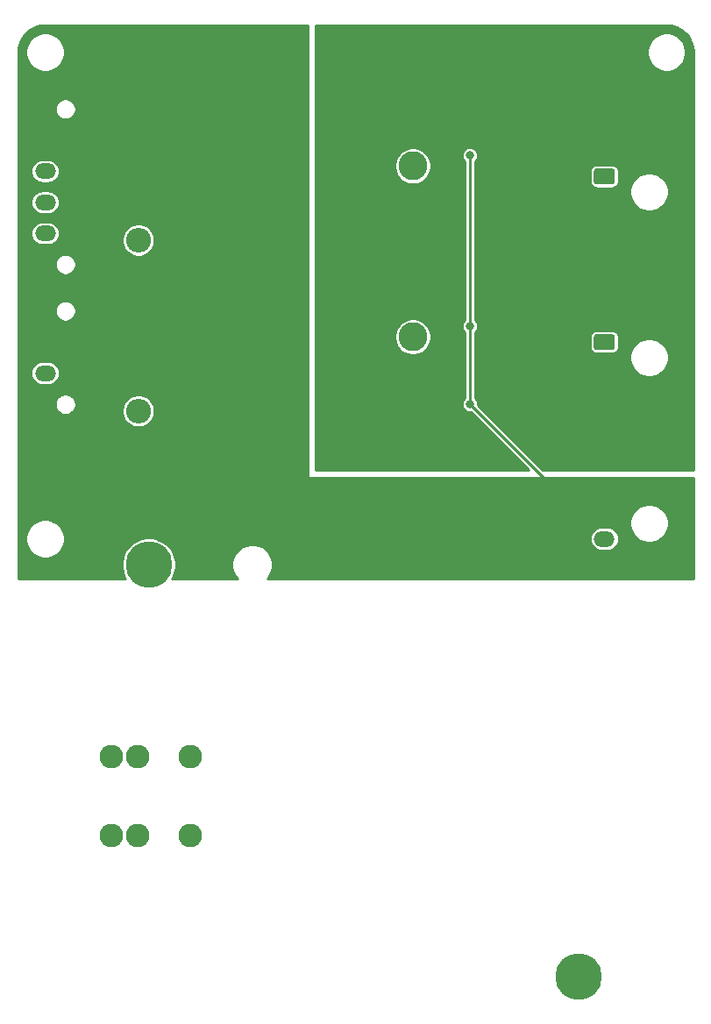
<source format=gbr>
G04 #@! TF.GenerationSoftware,KiCad,Pcbnew,5.1.5-52549c5~84~ubuntu18.04.1*
G04 #@! TF.CreationDate,2020-01-31T16:34:12-06:00*
G04 #@! TF.ProjectId,ContactorDriver,436f6e74-6163-4746-9f72-447269766572,rev?*
G04 #@! TF.SameCoordinates,Original*
G04 #@! TF.FileFunction,Copper,L2,Bot*
G04 #@! TF.FilePolarity,Positive*
%FSLAX46Y46*%
G04 Gerber Fmt 4.6, Leading zero omitted, Abs format (unit mm)*
G04 Created by KiCad (PCBNEW 5.1.5-52549c5~84~ubuntu18.04.1) date 2020-01-31 16:34:12*
%MOMM*%
%LPD*%
G04 APERTURE LIST*
%ADD10O,2.400000X2.400000*%
%ADD11R,2.400000X2.400000*%
%ADD12C,0.100000*%
%ADD13O,2.020000X1.500000*%
%ADD14C,2.800000*%
%ADD15C,2.286000*%
%ADD16C,4.500880*%
%ADD17C,0.800000*%
%ADD18C,0.250000*%
%ADD19C,0.254000*%
G04 APERTURE END LIST*
D10*
X176000000Y-89160000D03*
D11*
X176000000Y-79000000D03*
X176000000Y-95500000D03*
D10*
X176000000Y-105660000D03*
G04 #@! TA.AperFunction,ComponentPad*
D12*
G36*
X221784504Y-114251204D02*
G01*
X221808773Y-114254804D01*
X221832571Y-114260765D01*
X221855671Y-114269030D01*
X221877849Y-114279520D01*
X221898893Y-114292133D01*
X221918598Y-114306747D01*
X221936777Y-114323223D01*
X221953253Y-114341402D01*
X221967867Y-114361107D01*
X221980480Y-114382151D01*
X221990970Y-114404329D01*
X221999235Y-114427429D01*
X222005196Y-114451227D01*
X222008796Y-114475496D01*
X222010000Y-114500000D01*
X222010000Y-115500000D01*
X222008796Y-115524504D01*
X222005196Y-115548773D01*
X221999235Y-115572571D01*
X221990970Y-115595671D01*
X221980480Y-115617849D01*
X221967867Y-115638893D01*
X221953253Y-115658598D01*
X221936777Y-115676777D01*
X221918598Y-115693253D01*
X221898893Y-115707867D01*
X221877849Y-115720480D01*
X221855671Y-115730970D01*
X221832571Y-115739235D01*
X221808773Y-115745196D01*
X221784504Y-115748796D01*
X221760000Y-115750000D01*
X220240000Y-115750000D01*
X220215496Y-115748796D01*
X220191227Y-115745196D01*
X220167429Y-115739235D01*
X220144329Y-115730970D01*
X220122151Y-115720480D01*
X220101107Y-115707867D01*
X220081402Y-115693253D01*
X220063223Y-115676777D01*
X220046747Y-115658598D01*
X220032133Y-115638893D01*
X220019520Y-115617849D01*
X220009030Y-115595671D01*
X220000765Y-115572571D01*
X219994804Y-115548773D01*
X219991204Y-115524504D01*
X219990000Y-115500000D01*
X219990000Y-114500000D01*
X219991204Y-114475496D01*
X219994804Y-114451227D01*
X220000765Y-114427429D01*
X220009030Y-114404329D01*
X220019520Y-114382151D01*
X220032133Y-114361107D01*
X220046747Y-114341402D01*
X220063223Y-114323223D01*
X220081402Y-114306747D01*
X220101107Y-114292133D01*
X220122151Y-114279520D01*
X220144329Y-114269030D01*
X220167429Y-114260765D01*
X220191227Y-114254804D01*
X220215496Y-114251204D01*
X220240000Y-114250000D01*
X221760000Y-114250000D01*
X221784504Y-114251204D01*
G37*
G04 #@! TD.AperFunction*
D13*
X221000000Y-118000000D03*
X221000000Y-86000000D03*
G04 #@! TA.AperFunction,ComponentPad*
D12*
G36*
X221784504Y-82251204D02*
G01*
X221808773Y-82254804D01*
X221832571Y-82260765D01*
X221855671Y-82269030D01*
X221877849Y-82279520D01*
X221898893Y-82292133D01*
X221918598Y-82306747D01*
X221936777Y-82323223D01*
X221953253Y-82341402D01*
X221967867Y-82361107D01*
X221980480Y-82382151D01*
X221990970Y-82404329D01*
X221999235Y-82427429D01*
X222005196Y-82451227D01*
X222008796Y-82475496D01*
X222010000Y-82500000D01*
X222010000Y-83500000D01*
X222008796Y-83524504D01*
X222005196Y-83548773D01*
X221999235Y-83572571D01*
X221990970Y-83595671D01*
X221980480Y-83617849D01*
X221967867Y-83638893D01*
X221953253Y-83658598D01*
X221936777Y-83676777D01*
X221918598Y-83693253D01*
X221898893Y-83707867D01*
X221877849Y-83720480D01*
X221855671Y-83730970D01*
X221832571Y-83739235D01*
X221808773Y-83745196D01*
X221784504Y-83748796D01*
X221760000Y-83750000D01*
X220240000Y-83750000D01*
X220215496Y-83748796D01*
X220191227Y-83745196D01*
X220167429Y-83739235D01*
X220144329Y-83730970D01*
X220122151Y-83720480D01*
X220101107Y-83707867D01*
X220081402Y-83693253D01*
X220063223Y-83676777D01*
X220046747Y-83658598D01*
X220032133Y-83638893D01*
X220019520Y-83617849D01*
X220009030Y-83595671D01*
X220000765Y-83572571D01*
X219994804Y-83548773D01*
X219991204Y-83524504D01*
X219990000Y-83500000D01*
X219990000Y-82500000D01*
X219991204Y-82475496D01*
X219994804Y-82451227D01*
X220000765Y-82427429D01*
X220009030Y-82404329D01*
X220019520Y-82382151D01*
X220032133Y-82361107D01*
X220046747Y-82341402D01*
X220063223Y-82323223D01*
X220081402Y-82306747D01*
X220101107Y-82292133D01*
X220122151Y-82279520D01*
X220144329Y-82269030D01*
X220167429Y-82260765D01*
X220191227Y-82254804D01*
X220215496Y-82251204D01*
X220240000Y-82250000D01*
X221760000Y-82250000D01*
X221784504Y-82251204D01*
G37*
G04 #@! TD.AperFunction*
G04 #@! TA.AperFunction,ComponentPad*
G36*
X167784504Y-78751204D02*
G01*
X167808773Y-78754804D01*
X167832571Y-78760765D01*
X167855671Y-78769030D01*
X167877849Y-78779520D01*
X167898893Y-78792133D01*
X167918598Y-78806747D01*
X167936777Y-78823223D01*
X167953253Y-78841402D01*
X167967867Y-78861107D01*
X167980480Y-78882151D01*
X167990970Y-78904329D01*
X167999235Y-78927429D01*
X168005196Y-78951227D01*
X168008796Y-78975496D01*
X168010000Y-79000000D01*
X168010000Y-80000000D01*
X168008796Y-80024504D01*
X168005196Y-80048773D01*
X167999235Y-80072571D01*
X167990970Y-80095671D01*
X167980480Y-80117849D01*
X167967867Y-80138893D01*
X167953253Y-80158598D01*
X167936777Y-80176777D01*
X167918598Y-80193253D01*
X167898893Y-80207867D01*
X167877849Y-80220480D01*
X167855671Y-80230970D01*
X167832571Y-80239235D01*
X167808773Y-80245196D01*
X167784504Y-80248796D01*
X167760000Y-80250000D01*
X166240000Y-80250000D01*
X166215496Y-80248796D01*
X166191227Y-80245196D01*
X166167429Y-80239235D01*
X166144329Y-80230970D01*
X166122151Y-80220480D01*
X166101107Y-80207867D01*
X166081402Y-80193253D01*
X166063223Y-80176777D01*
X166046747Y-80158598D01*
X166032133Y-80138893D01*
X166019520Y-80117849D01*
X166009030Y-80095671D01*
X166000765Y-80072571D01*
X165994804Y-80048773D01*
X165991204Y-80024504D01*
X165990000Y-80000000D01*
X165990000Y-79000000D01*
X165991204Y-78975496D01*
X165994804Y-78951227D01*
X166000765Y-78927429D01*
X166009030Y-78904329D01*
X166019520Y-78882151D01*
X166032133Y-78861107D01*
X166046747Y-78841402D01*
X166063223Y-78823223D01*
X166081402Y-78806747D01*
X166101107Y-78792133D01*
X166122151Y-78779520D01*
X166144329Y-78769030D01*
X166167429Y-78760765D01*
X166191227Y-78754804D01*
X166215496Y-78751204D01*
X166240000Y-78750000D01*
X167760000Y-78750000D01*
X167784504Y-78751204D01*
G37*
G04 #@! TD.AperFunction*
D13*
X167000000Y-82500000D03*
X167000000Y-85500000D03*
X167000000Y-88500000D03*
G04 #@! TA.AperFunction,ComponentPad*
D12*
G36*
X221784504Y-98251204D02*
G01*
X221808773Y-98254804D01*
X221832571Y-98260765D01*
X221855671Y-98269030D01*
X221877849Y-98279520D01*
X221898893Y-98292133D01*
X221918598Y-98306747D01*
X221936777Y-98323223D01*
X221953253Y-98341402D01*
X221967867Y-98361107D01*
X221980480Y-98382151D01*
X221990970Y-98404329D01*
X221999235Y-98427429D01*
X222005196Y-98451227D01*
X222008796Y-98475496D01*
X222010000Y-98500000D01*
X222010000Y-99500000D01*
X222008796Y-99524504D01*
X222005196Y-99548773D01*
X221999235Y-99572571D01*
X221990970Y-99595671D01*
X221980480Y-99617849D01*
X221967867Y-99638893D01*
X221953253Y-99658598D01*
X221936777Y-99676777D01*
X221918598Y-99693253D01*
X221898893Y-99707867D01*
X221877849Y-99720480D01*
X221855671Y-99730970D01*
X221832571Y-99739235D01*
X221808773Y-99745196D01*
X221784504Y-99748796D01*
X221760000Y-99750000D01*
X220240000Y-99750000D01*
X220215496Y-99748796D01*
X220191227Y-99745196D01*
X220167429Y-99739235D01*
X220144329Y-99730970D01*
X220122151Y-99720480D01*
X220101107Y-99707867D01*
X220081402Y-99693253D01*
X220063223Y-99676777D01*
X220046747Y-99658598D01*
X220032133Y-99638893D01*
X220019520Y-99617849D01*
X220009030Y-99595671D01*
X220000765Y-99572571D01*
X219994804Y-99548773D01*
X219991204Y-99524504D01*
X219990000Y-99500000D01*
X219990000Y-98500000D01*
X219991204Y-98475496D01*
X219994804Y-98451227D01*
X220000765Y-98427429D01*
X220009030Y-98404329D01*
X220019520Y-98382151D01*
X220032133Y-98361107D01*
X220046747Y-98341402D01*
X220063223Y-98323223D01*
X220081402Y-98306747D01*
X220101107Y-98292133D01*
X220122151Y-98279520D01*
X220144329Y-98269030D01*
X220167429Y-98260765D01*
X220191227Y-98254804D01*
X220215496Y-98251204D01*
X220240000Y-98250000D01*
X221760000Y-98250000D01*
X221784504Y-98251204D01*
G37*
G04 #@! TD.AperFunction*
D13*
X221000000Y-102000000D03*
G04 #@! TA.AperFunction,ComponentPad*
D12*
G36*
X167784504Y-98251204D02*
G01*
X167808773Y-98254804D01*
X167832571Y-98260765D01*
X167855671Y-98269030D01*
X167877849Y-98279520D01*
X167898893Y-98292133D01*
X167918598Y-98306747D01*
X167936777Y-98323223D01*
X167953253Y-98341402D01*
X167967867Y-98361107D01*
X167980480Y-98382151D01*
X167990970Y-98404329D01*
X167999235Y-98427429D01*
X168005196Y-98451227D01*
X168008796Y-98475496D01*
X168010000Y-98500000D01*
X168010000Y-99500000D01*
X168008796Y-99524504D01*
X168005196Y-99548773D01*
X167999235Y-99572571D01*
X167990970Y-99595671D01*
X167980480Y-99617849D01*
X167967867Y-99638893D01*
X167953253Y-99658598D01*
X167936777Y-99676777D01*
X167918598Y-99693253D01*
X167898893Y-99707867D01*
X167877849Y-99720480D01*
X167855671Y-99730970D01*
X167832571Y-99739235D01*
X167808773Y-99745196D01*
X167784504Y-99748796D01*
X167760000Y-99750000D01*
X166240000Y-99750000D01*
X166215496Y-99748796D01*
X166191227Y-99745196D01*
X166167429Y-99739235D01*
X166144329Y-99730970D01*
X166122151Y-99720480D01*
X166101107Y-99707867D01*
X166081402Y-99693253D01*
X166063223Y-99676777D01*
X166046747Y-99658598D01*
X166032133Y-99638893D01*
X166019520Y-99617849D01*
X166009030Y-99595671D01*
X166000765Y-99572571D01*
X165994804Y-99548773D01*
X165991204Y-99524504D01*
X165990000Y-99500000D01*
X165990000Y-98500000D01*
X165991204Y-98475496D01*
X165994804Y-98451227D01*
X166000765Y-98427429D01*
X166009030Y-98404329D01*
X166019520Y-98382151D01*
X166032133Y-98361107D01*
X166046747Y-98341402D01*
X166063223Y-98323223D01*
X166081402Y-98306747D01*
X166101107Y-98292133D01*
X166122151Y-98279520D01*
X166144329Y-98269030D01*
X166167429Y-98260765D01*
X166191227Y-98254804D01*
X166215496Y-98251204D01*
X166240000Y-98250000D01*
X167760000Y-98250000D01*
X167784504Y-98251204D01*
G37*
G04 #@! TD.AperFunction*
D13*
X167000000Y-102000000D03*
D14*
X202500000Y-82000000D03*
X183000000Y-72000000D03*
X203000000Y-72000000D03*
X202500000Y-98500000D03*
D15*
X181000000Y-139000000D03*
X181000000Y-146620000D03*
X175920000Y-139000000D03*
X173380000Y-139000000D03*
X175920000Y-146620000D03*
X173380000Y-146620000D03*
D16*
X177000000Y-120500000D03*
X218500000Y-160250000D03*
D17*
X208000000Y-105000000D03*
X208000000Y-97475000D03*
X208000000Y-80975000D03*
D18*
X208000000Y-105000000D02*
X208000000Y-97475000D01*
X208000000Y-97475000D02*
X208000000Y-80975000D01*
X218000000Y-115000000D02*
X208000000Y-105000000D01*
X221000000Y-115000000D02*
X218000000Y-115000000D01*
D19*
G36*
X227504242Y-68453369D02*
G01*
X227989286Y-68599812D01*
X228436642Y-68837674D01*
X228829282Y-69157904D01*
X229152241Y-69548294D01*
X229393222Y-69993980D01*
X229543048Y-70477987D01*
X229598000Y-71000820D01*
X229598001Y-71001114D01*
X229598001Y-111373000D01*
X215082935Y-111373000D01*
X208777000Y-105067066D01*
X208777000Y-104923472D01*
X208747141Y-104773357D01*
X208688569Y-104631952D01*
X208603536Y-104504691D01*
X208502000Y-104403155D01*
X208502000Y-100315132D01*
X223443000Y-100315132D01*
X223443000Y-100684868D01*
X223515132Y-101047501D01*
X223656624Y-101389093D01*
X223862039Y-101696518D01*
X224123482Y-101957961D01*
X224430907Y-102163376D01*
X224772499Y-102304868D01*
X225135132Y-102377000D01*
X225504868Y-102377000D01*
X225867501Y-102304868D01*
X226209093Y-102163376D01*
X226516518Y-101957961D01*
X226777961Y-101696518D01*
X226983376Y-101389093D01*
X227124868Y-101047501D01*
X227197000Y-100684868D01*
X227197000Y-100315132D01*
X227124868Y-99952499D01*
X226983376Y-99610907D01*
X226777961Y-99303482D01*
X226516518Y-99042039D01*
X226209093Y-98836624D01*
X225867501Y-98695132D01*
X225504868Y-98623000D01*
X225135132Y-98623000D01*
X224772499Y-98695132D01*
X224430907Y-98836624D01*
X224123482Y-99042039D01*
X223862039Y-99303482D01*
X223656624Y-99610907D01*
X223515132Y-99952499D01*
X223443000Y-100315132D01*
X208502000Y-100315132D01*
X208502000Y-98500000D01*
X219611176Y-98500000D01*
X219611176Y-99500000D01*
X219623259Y-99622677D01*
X219659042Y-99740641D01*
X219717152Y-99849356D01*
X219795354Y-99944646D01*
X219890644Y-100022848D01*
X219999359Y-100080958D01*
X220117323Y-100116741D01*
X220240000Y-100128824D01*
X221760000Y-100128824D01*
X221882677Y-100116741D01*
X222000641Y-100080958D01*
X222109356Y-100022848D01*
X222204646Y-99944646D01*
X222282848Y-99849356D01*
X222340958Y-99740641D01*
X222376741Y-99622677D01*
X222388824Y-99500000D01*
X222388824Y-98500000D01*
X222376741Y-98377323D01*
X222340958Y-98259359D01*
X222282848Y-98150644D01*
X222204646Y-98055354D01*
X222109356Y-97977152D01*
X222000641Y-97919042D01*
X221882677Y-97883259D01*
X221760000Y-97871176D01*
X220240000Y-97871176D01*
X220117323Y-97883259D01*
X219999359Y-97919042D01*
X219890644Y-97977152D01*
X219795354Y-98055354D01*
X219717152Y-98150644D01*
X219659042Y-98259359D01*
X219623259Y-98377323D01*
X219611176Y-98500000D01*
X208502000Y-98500000D01*
X208502000Y-98071845D01*
X208603536Y-97970309D01*
X208688569Y-97843048D01*
X208747141Y-97701643D01*
X208777000Y-97551528D01*
X208777000Y-97398472D01*
X208747141Y-97248357D01*
X208688569Y-97106952D01*
X208603536Y-96979691D01*
X208502000Y-96878155D01*
X208502000Y-84315132D01*
X223443000Y-84315132D01*
X223443000Y-84684868D01*
X223515132Y-85047501D01*
X223656624Y-85389093D01*
X223862039Y-85696518D01*
X224123482Y-85957961D01*
X224430907Y-86163376D01*
X224772499Y-86304868D01*
X225135132Y-86377000D01*
X225504868Y-86377000D01*
X225867501Y-86304868D01*
X226209093Y-86163376D01*
X226516518Y-85957961D01*
X226777961Y-85696518D01*
X226983376Y-85389093D01*
X227124868Y-85047501D01*
X227197000Y-84684868D01*
X227197000Y-84315132D01*
X227124868Y-83952499D01*
X226983376Y-83610907D01*
X226777961Y-83303482D01*
X226516518Y-83042039D01*
X226209093Y-82836624D01*
X225867501Y-82695132D01*
X225504868Y-82623000D01*
X225135132Y-82623000D01*
X224772499Y-82695132D01*
X224430907Y-82836624D01*
X224123482Y-83042039D01*
X223862039Y-83303482D01*
X223656624Y-83610907D01*
X223515132Y-83952499D01*
X223443000Y-84315132D01*
X208502000Y-84315132D01*
X208502000Y-82500000D01*
X219611176Y-82500000D01*
X219611176Y-83500000D01*
X219623259Y-83622677D01*
X219659042Y-83740641D01*
X219717152Y-83849356D01*
X219795354Y-83944646D01*
X219890644Y-84022848D01*
X219999359Y-84080958D01*
X220117323Y-84116741D01*
X220240000Y-84128824D01*
X221760000Y-84128824D01*
X221882677Y-84116741D01*
X222000641Y-84080958D01*
X222109356Y-84022848D01*
X222204646Y-83944646D01*
X222282848Y-83849356D01*
X222340958Y-83740641D01*
X222376741Y-83622677D01*
X222388824Y-83500000D01*
X222388824Y-82500000D01*
X222376741Y-82377323D01*
X222340958Y-82259359D01*
X222282848Y-82150644D01*
X222204646Y-82055354D01*
X222109356Y-81977152D01*
X222000641Y-81919042D01*
X221882677Y-81883259D01*
X221760000Y-81871176D01*
X220240000Y-81871176D01*
X220117323Y-81883259D01*
X219999359Y-81919042D01*
X219890644Y-81977152D01*
X219795354Y-82055354D01*
X219717152Y-82150644D01*
X219659042Y-82259359D01*
X219623259Y-82377323D01*
X219611176Y-82500000D01*
X208502000Y-82500000D01*
X208502000Y-81571845D01*
X208603536Y-81470309D01*
X208688569Y-81343048D01*
X208747141Y-81201643D01*
X208777000Y-81051528D01*
X208777000Y-80898472D01*
X208747141Y-80748357D01*
X208688569Y-80606952D01*
X208603536Y-80479691D01*
X208495309Y-80371464D01*
X208368048Y-80286431D01*
X208226643Y-80227859D01*
X208076528Y-80198000D01*
X207923472Y-80198000D01*
X207773357Y-80227859D01*
X207631952Y-80286431D01*
X207504691Y-80371464D01*
X207396464Y-80479691D01*
X207311431Y-80606952D01*
X207252859Y-80748357D01*
X207223000Y-80898472D01*
X207223000Y-81051528D01*
X207252859Y-81201643D01*
X207311431Y-81343048D01*
X207396464Y-81470309D01*
X207498001Y-81571846D01*
X207498000Y-96878155D01*
X207396464Y-96979691D01*
X207311431Y-97106952D01*
X207252859Y-97248357D01*
X207223000Y-97398472D01*
X207223000Y-97551528D01*
X207252859Y-97701643D01*
X207311431Y-97843048D01*
X207396464Y-97970309D01*
X207498001Y-98071846D01*
X207498000Y-104403155D01*
X207396464Y-104504691D01*
X207311431Y-104631952D01*
X207252859Y-104773357D01*
X207223000Y-104923472D01*
X207223000Y-105076528D01*
X207252859Y-105226643D01*
X207311431Y-105368048D01*
X207396464Y-105495309D01*
X207504691Y-105603536D01*
X207631952Y-105688569D01*
X207773357Y-105747141D01*
X207923472Y-105777000D01*
X208067066Y-105777000D01*
X213663065Y-111373000D01*
X193127000Y-111373000D01*
X193127000Y-98324981D01*
X200723000Y-98324981D01*
X200723000Y-98675019D01*
X200791289Y-99018332D01*
X200925243Y-99341725D01*
X201119714Y-99632771D01*
X201367229Y-99880286D01*
X201658275Y-100074757D01*
X201981668Y-100208711D01*
X202324981Y-100277000D01*
X202675019Y-100277000D01*
X203018332Y-100208711D01*
X203341725Y-100074757D01*
X203632771Y-99880286D01*
X203880286Y-99632771D01*
X204074757Y-99341725D01*
X204208711Y-99018332D01*
X204277000Y-98675019D01*
X204277000Y-98324981D01*
X204208711Y-97981668D01*
X204074757Y-97658275D01*
X203880286Y-97367229D01*
X203632771Y-97119714D01*
X203341725Y-96925243D01*
X203018332Y-96791289D01*
X202675019Y-96723000D01*
X202324981Y-96723000D01*
X201981668Y-96791289D01*
X201658275Y-96925243D01*
X201367229Y-97119714D01*
X201119714Y-97367229D01*
X200925243Y-97658275D01*
X200791289Y-97981668D01*
X200723000Y-98324981D01*
X193127000Y-98324981D01*
X193127000Y-81824981D01*
X200723000Y-81824981D01*
X200723000Y-82175019D01*
X200791289Y-82518332D01*
X200925243Y-82841725D01*
X201119714Y-83132771D01*
X201367229Y-83380286D01*
X201658275Y-83574757D01*
X201981668Y-83708711D01*
X202324981Y-83777000D01*
X202675019Y-83777000D01*
X203018332Y-83708711D01*
X203341725Y-83574757D01*
X203632771Y-83380286D01*
X203880286Y-83132771D01*
X204074757Y-82841725D01*
X204208711Y-82518332D01*
X204277000Y-82175019D01*
X204277000Y-81824981D01*
X204208711Y-81481668D01*
X204074757Y-81158275D01*
X203880286Y-80867229D01*
X203632771Y-80619714D01*
X203341725Y-80425243D01*
X203018332Y-80291289D01*
X202675019Y-80223000D01*
X202324981Y-80223000D01*
X201981668Y-80291289D01*
X201658275Y-80425243D01*
X201367229Y-80619714D01*
X201119714Y-80867229D01*
X200925243Y-81158275D01*
X200791289Y-81481668D01*
X200723000Y-81824981D01*
X193127000Y-81824981D01*
X193127000Y-70815132D01*
X225123000Y-70815132D01*
X225123000Y-71184868D01*
X225195132Y-71547501D01*
X225336624Y-71889093D01*
X225542039Y-72196518D01*
X225803482Y-72457961D01*
X226110907Y-72663376D01*
X226452499Y-72804868D01*
X226815132Y-72877000D01*
X227184868Y-72877000D01*
X227547501Y-72804868D01*
X227889093Y-72663376D01*
X228196518Y-72457961D01*
X228457961Y-72196518D01*
X228663376Y-71889093D01*
X228804868Y-71547501D01*
X228877000Y-71184868D01*
X228877000Y-70815132D01*
X228804868Y-70452499D01*
X228663376Y-70110907D01*
X228457961Y-69803482D01*
X228196518Y-69542039D01*
X227889093Y-69336624D01*
X227547501Y-69195132D01*
X227184868Y-69123000D01*
X226815132Y-69123000D01*
X226452499Y-69195132D01*
X226110907Y-69336624D01*
X225803482Y-69542039D01*
X225542039Y-69803482D01*
X225336624Y-70110907D01*
X225195132Y-70452499D01*
X225123000Y-70815132D01*
X193127000Y-70815132D01*
X193127000Y-68402000D01*
X226980342Y-68402000D01*
X227504242Y-68453369D01*
G37*
X227504242Y-68453369D02*
X227989286Y-68599812D01*
X228436642Y-68837674D01*
X228829282Y-69157904D01*
X229152241Y-69548294D01*
X229393222Y-69993980D01*
X229543048Y-70477987D01*
X229598000Y-71000820D01*
X229598001Y-71001114D01*
X229598001Y-111373000D01*
X215082935Y-111373000D01*
X208777000Y-105067066D01*
X208777000Y-104923472D01*
X208747141Y-104773357D01*
X208688569Y-104631952D01*
X208603536Y-104504691D01*
X208502000Y-104403155D01*
X208502000Y-100315132D01*
X223443000Y-100315132D01*
X223443000Y-100684868D01*
X223515132Y-101047501D01*
X223656624Y-101389093D01*
X223862039Y-101696518D01*
X224123482Y-101957961D01*
X224430907Y-102163376D01*
X224772499Y-102304868D01*
X225135132Y-102377000D01*
X225504868Y-102377000D01*
X225867501Y-102304868D01*
X226209093Y-102163376D01*
X226516518Y-101957961D01*
X226777961Y-101696518D01*
X226983376Y-101389093D01*
X227124868Y-101047501D01*
X227197000Y-100684868D01*
X227197000Y-100315132D01*
X227124868Y-99952499D01*
X226983376Y-99610907D01*
X226777961Y-99303482D01*
X226516518Y-99042039D01*
X226209093Y-98836624D01*
X225867501Y-98695132D01*
X225504868Y-98623000D01*
X225135132Y-98623000D01*
X224772499Y-98695132D01*
X224430907Y-98836624D01*
X224123482Y-99042039D01*
X223862039Y-99303482D01*
X223656624Y-99610907D01*
X223515132Y-99952499D01*
X223443000Y-100315132D01*
X208502000Y-100315132D01*
X208502000Y-98500000D01*
X219611176Y-98500000D01*
X219611176Y-99500000D01*
X219623259Y-99622677D01*
X219659042Y-99740641D01*
X219717152Y-99849356D01*
X219795354Y-99944646D01*
X219890644Y-100022848D01*
X219999359Y-100080958D01*
X220117323Y-100116741D01*
X220240000Y-100128824D01*
X221760000Y-100128824D01*
X221882677Y-100116741D01*
X222000641Y-100080958D01*
X222109356Y-100022848D01*
X222204646Y-99944646D01*
X222282848Y-99849356D01*
X222340958Y-99740641D01*
X222376741Y-99622677D01*
X222388824Y-99500000D01*
X222388824Y-98500000D01*
X222376741Y-98377323D01*
X222340958Y-98259359D01*
X222282848Y-98150644D01*
X222204646Y-98055354D01*
X222109356Y-97977152D01*
X222000641Y-97919042D01*
X221882677Y-97883259D01*
X221760000Y-97871176D01*
X220240000Y-97871176D01*
X220117323Y-97883259D01*
X219999359Y-97919042D01*
X219890644Y-97977152D01*
X219795354Y-98055354D01*
X219717152Y-98150644D01*
X219659042Y-98259359D01*
X219623259Y-98377323D01*
X219611176Y-98500000D01*
X208502000Y-98500000D01*
X208502000Y-98071845D01*
X208603536Y-97970309D01*
X208688569Y-97843048D01*
X208747141Y-97701643D01*
X208777000Y-97551528D01*
X208777000Y-97398472D01*
X208747141Y-97248357D01*
X208688569Y-97106952D01*
X208603536Y-96979691D01*
X208502000Y-96878155D01*
X208502000Y-84315132D01*
X223443000Y-84315132D01*
X223443000Y-84684868D01*
X223515132Y-85047501D01*
X223656624Y-85389093D01*
X223862039Y-85696518D01*
X224123482Y-85957961D01*
X224430907Y-86163376D01*
X224772499Y-86304868D01*
X225135132Y-86377000D01*
X225504868Y-86377000D01*
X225867501Y-86304868D01*
X226209093Y-86163376D01*
X226516518Y-85957961D01*
X226777961Y-85696518D01*
X226983376Y-85389093D01*
X227124868Y-85047501D01*
X227197000Y-84684868D01*
X227197000Y-84315132D01*
X227124868Y-83952499D01*
X226983376Y-83610907D01*
X226777961Y-83303482D01*
X226516518Y-83042039D01*
X226209093Y-82836624D01*
X225867501Y-82695132D01*
X225504868Y-82623000D01*
X225135132Y-82623000D01*
X224772499Y-82695132D01*
X224430907Y-82836624D01*
X224123482Y-83042039D01*
X223862039Y-83303482D01*
X223656624Y-83610907D01*
X223515132Y-83952499D01*
X223443000Y-84315132D01*
X208502000Y-84315132D01*
X208502000Y-82500000D01*
X219611176Y-82500000D01*
X219611176Y-83500000D01*
X219623259Y-83622677D01*
X219659042Y-83740641D01*
X219717152Y-83849356D01*
X219795354Y-83944646D01*
X219890644Y-84022848D01*
X219999359Y-84080958D01*
X220117323Y-84116741D01*
X220240000Y-84128824D01*
X221760000Y-84128824D01*
X221882677Y-84116741D01*
X222000641Y-84080958D01*
X222109356Y-84022848D01*
X222204646Y-83944646D01*
X222282848Y-83849356D01*
X222340958Y-83740641D01*
X222376741Y-83622677D01*
X222388824Y-83500000D01*
X222388824Y-82500000D01*
X222376741Y-82377323D01*
X222340958Y-82259359D01*
X222282848Y-82150644D01*
X222204646Y-82055354D01*
X222109356Y-81977152D01*
X222000641Y-81919042D01*
X221882677Y-81883259D01*
X221760000Y-81871176D01*
X220240000Y-81871176D01*
X220117323Y-81883259D01*
X219999359Y-81919042D01*
X219890644Y-81977152D01*
X219795354Y-82055354D01*
X219717152Y-82150644D01*
X219659042Y-82259359D01*
X219623259Y-82377323D01*
X219611176Y-82500000D01*
X208502000Y-82500000D01*
X208502000Y-81571845D01*
X208603536Y-81470309D01*
X208688569Y-81343048D01*
X208747141Y-81201643D01*
X208777000Y-81051528D01*
X208777000Y-80898472D01*
X208747141Y-80748357D01*
X208688569Y-80606952D01*
X208603536Y-80479691D01*
X208495309Y-80371464D01*
X208368048Y-80286431D01*
X208226643Y-80227859D01*
X208076528Y-80198000D01*
X207923472Y-80198000D01*
X207773357Y-80227859D01*
X207631952Y-80286431D01*
X207504691Y-80371464D01*
X207396464Y-80479691D01*
X207311431Y-80606952D01*
X207252859Y-80748357D01*
X207223000Y-80898472D01*
X207223000Y-81051528D01*
X207252859Y-81201643D01*
X207311431Y-81343048D01*
X207396464Y-81470309D01*
X207498001Y-81571846D01*
X207498000Y-96878155D01*
X207396464Y-96979691D01*
X207311431Y-97106952D01*
X207252859Y-97248357D01*
X207223000Y-97398472D01*
X207223000Y-97551528D01*
X207252859Y-97701643D01*
X207311431Y-97843048D01*
X207396464Y-97970309D01*
X207498001Y-98071846D01*
X207498000Y-104403155D01*
X207396464Y-104504691D01*
X207311431Y-104631952D01*
X207252859Y-104773357D01*
X207223000Y-104923472D01*
X207223000Y-105076528D01*
X207252859Y-105226643D01*
X207311431Y-105368048D01*
X207396464Y-105495309D01*
X207504691Y-105603536D01*
X207631952Y-105688569D01*
X207773357Y-105747141D01*
X207923472Y-105777000D01*
X208067066Y-105777000D01*
X213663065Y-111373000D01*
X193127000Y-111373000D01*
X193127000Y-98324981D01*
X200723000Y-98324981D01*
X200723000Y-98675019D01*
X200791289Y-99018332D01*
X200925243Y-99341725D01*
X201119714Y-99632771D01*
X201367229Y-99880286D01*
X201658275Y-100074757D01*
X201981668Y-100208711D01*
X202324981Y-100277000D01*
X202675019Y-100277000D01*
X203018332Y-100208711D01*
X203341725Y-100074757D01*
X203632771Y-99880286D01*
X203880286Y-99632771D01*
X204074757Y-99341725D01*
X204208711Y-99018332D01*
X204277000Y-98675019D01*
X204277000Y-98324981D01*
X204208711Y-97981668D01*
X204074757Y-97658275D01*
X203880286Y-97367229D01*
X203632771Y-97119714D01*
X203341725Y-96925243D01*
X203018332Y-96791289D01*
X202675019Y-96723000D01*
X202324981Y-96723000D01*
X201981668Y-96791289D01*
X201658275Y-96925243D01*
X201367229Y-97119714D01*
X201119714Y-97367229D01*
X200925243Y-97658275D01*
X200791289Y-97981668D01*
X200723000Y-98324981D01*
X193127000Y-98324981D01*
X193127000Y-81824981D01*
X200723000Y-81824981D01*
X200723000Y-82175019D01*
X200791289Y-82518332D01*
X200925243Y-82841725D01*
X201119714Y-83132771D01*
X201367229Y-83380286D01*
X201658275Y-83574757D01*
X201981668Y-83708711D01*
X202324981Y-83777000D01*
X202675019Y-83777000D01*
X203018332Y-83708711D01*
X203341725Y-83574757D01*
X203632771Y-83380286D01*
X203880286Y-83132771D01*
X204074757Y-82841725D01*
X204208711Y-82518332D01*
X204277000Y-82175019D01*
X204277000Y-81824981D01*
X204208711Y-81481668D01*
X204074757Y-81158275D01*
X203880286Y-80867229D01*
X203632771Y-80619714D01*
X203341725Y-80425243D01*
X203018332Y-80291289D01*
X202675019Y-80223000D01*
X202324981Y-80223000D01*
X201981668Y-80291289D01*
X201658275Y-80425243D01*
X201367229Y-80619714D01*
X201119714Y-80867229D01*
X200925243Y-81158275D01*
X200791289Y-81481668D01*
X200723000Y-81824981D01*
X193127000Y-81824981D01*
X193127000Y-70815132D01*
X225123000Y-70815132D01*
X225123000Y-71184868D01*
X225195132Y-71547501D01*
X225336624Y-71889093D01*
X225542039Y-72196518D01*
X225803482Y-72457961D01*
X226110907Y-72663376D01*
X226452499Y-72804868D01*
X226815132Y-72877000D01*
X227184868Y-72877000D01*
X227547501Y-72804868D01*
X227889093Y-72663376D01*
X228196518Y-72457961D01*
X228457961Y-72196518D01*
X228663376Y-71889093D01*
X228804868Y-71547501D01*
X228877000Y-71184868D01*
X228877000Y-70815132D01*
X228804868Y-70452499D01*
X228663376Y-70110907D01*
X228457961Y-69803482D01*
X228196518Y-69542039D01*
X227889093Y-69336624D01*
X227547501Y-69195132D01*
X227184868Y-69123000D01*
X226815132Y-69123000D01*
X226452499Y-69195132D01*
X226110907Y-69336624D01*
X225803482Y-69542039D01*
X225542039Y-69803482D01*
X225336624Y-70110907D01*
X225195132Y-70452499D01*
X225123000Y-70815132D01*
X193127000Y-70815132D01*
X193127000Y-68402000D01*
X226980342Y-68402000D01*
X227504242Y-68453369D01*
G36*
X192373000Y-112000000D02*
G01*
X192375440Y-112024776D01*
X192382667Y-112048601D01*
X192394403Y-112070557D01*
X192410197Y-112089803D01*
X192429443Y-112105597D01*
X192451399Y-112117333D01*
X192475224Y-112124560D01*
X192500000Y-112127000D01*
X229598001Y-112127000D01*
X229598000Y-121873000D01*
X188422900Y-121873000D01*
X188535636Y-121760264D01*
X188751995Y-121436461D01*
X188901025Y-121076670D01*
X188977000Y-120694718D01*
X188977000Y-120305282D01*
X188901025Y-119923330D01*
X188751995Y-119563539D01*
X188535636Y-119239736D01*
X188260264Y-118964364D01*
X187936461Y-118748005D01*
X187576670Y-118598975D01*
X187194718Y-118523000D01*
X186805282Y-118523000D01*
X186423330Y-118598975D01*
X186063539Y-118748005D01*
X185739736Y-118964364D01*
X185464364Y-119239736D01*
X185248005Y-119563539D01*
X185098975Y-119923330D01*
X185023000Y-120305282D01*
X185023000Y-120694718D01*
X185098975Y-121076670D01*
X185248005Y-121436461D01*
X185464364Y-121760264D01*
X185577100Y-121873000D01*
X179242586Y-121873000D01*
X179328407Y-121744560D01*
X179526469Y-121266396D01*
X179627440Y-120758780D01*
X179627440Y-120241220D01*
X179526469Y-119733604D01*
X179328407Y-119255440D01*
X179040866Y-118825105D01*
X178674895Y-118459134D01*
X178244560Y-118171593D01*
X177830298Y-118000000D01*
X219607547Y-118000000D01*
X219629307Y-118220931D01*
X219693750Y-118433371D01*
X219798400Y-118629157D01*
X219939235Y-118800765D01*
X220110843Y-118941600D01*
X220306629Y-119046250D01*
X220519069Y-119110693D01*
X220684635Y-119127000D01*
X221315365Y-119127000D01*
X221480931Y-119110693D01*
X221693371Y-119046250D01*
X221889157Y-118941600D01*
X222060765Y-118800765D01*
X222201600Y-118629157D01*
X222306250Y-118433371D01*
X222370693Y-118220931D01*
X222392453Y-118000000D01*
X222370693Y-117779069D01*
X222306250Y-117566629D01*
X222201600Y-117370843D01*
X222060765Y-117199235D01*
X221889157Y-117058400D01*
X221693371Y-116953750D01*
X221480931Y-116889307D01*
X221315365Y-116873000D01*
X220684635Y-116873000D01*
X220519069Y-116889307D01*
X220306629Y-116953750D01*
X220110843Y-117058400D01*
X219939235Y-117199235D01*
X219798400Y-117370843D01*
X219693750Y-117566629D01*
X219629307Y-117779069D01*
X219607547Y-118000000D01*
X177830298Y-118000000D01*
X177766396Y-117973531D01*
X177258780Y-117872560D01*
X176741220Y-117872560D01*
X176233604Y-117973531D01*
X175755440Y-118171593D01*
X175325105Y-118459134D01*
X174959134Y-118825105D01*
X174671593Y-119255440D01*
X174473531Y-119733604D01*
X174372560Y-120241220D01*
X174372560Y-120758780D01*
X174473531Y-121266396D01*
X174671593Y-121744560D01*
X174757414Y-121873000D01*
X164402000Y-121873000D01*
X164402000Y-117815132D01*
X165123000Y-117815132D01*
X165123000Y-118184868D01*
X165195132Y-118547501D01*
X165336624Y-118889093D01*
X165542039Y-119196518D01*
X165803482Y-119457961D01*
X166110907Y-119663376D01*
X166452499Y-119804868D01*
X166815132Y-119877000D01*
X167184868Y-119877000D01*
X167547501Y-119804868D01*
X167889093Y-119663376D01*
X168196518Y-119457961D01*
X168457961Y-119196518D01*
X168663376Y-118889093D01*
X168804868Y-118547501D01*
X168877000Y-118184868D01*
X168877000Y-117815132D01*
X168804868Y-117452499D01*
X168663376Y-117110907D01*
X168457961Y-116803482D01*
X168196518Y-116542039D01*
X167889093Y-116336624D01*
X167837207Y-116315132D01*
X223443000Y-116315132D01*
X223443000Y-116684868D01*
X223515132Y-117047501D01*
X223656624Y-117389093D01*
X223862039Y-117696518D01*
X224123482Y-117957961D01*
X224430907Y-118163376D01*
X224772499Y-118304868D01*
X225135132Y-118377000D01*
X225504868Y-118377000D01*
X225867501Y-118304868D01*
X226209093Y-118163376D01*
X226516518Y-117957961D01*
X226777961Y-117696518D01*
X226983376Y-117389093D01*
X227124868Y-117047501D01*
X227197000Y-116684868D01*
X227197000Y-116315132D01*
X227124868Y-115952499D01*
X226983376Y-115610907D01*
X226777961Y-115303482D01*
X226516518Y-115042039D01*
X226209093Y-114836624D01*
X225867501Y-114695132D01*
X225504868Y-114623000D01*
X225135132Y-114623000D01*
X224772499Y-114695132D01*
X224430907Y-114836624D01*
X224123482Y-115042039D01*
X223862039Y-115303482D01*
X223656624Y-115610907D01*
X223515132Y-115952499D01*
X223443000Y-116315132D01*
X167837207Y-116315132D01*
X167547501Y-116195132D01*
X167184868Y-116123000D01*
X166815132Y-116123000D01*
X166452499Y-116195132D01*
X166110907Y-116336624D01*
X165803482Y-116542039D01*
X165542039Y-116803482D01*
X165336624Y-117110907D01*
X165195132Y-117452499D01*
X165123000Y-117815132D01*
X164402000Y-117815132D01*
X164402000Y-104900327D01*
X167948000Y-104900327D01*
X167948000Y-105099673D01*
X167986890Y-105295190D01*
X168063177Y-105479362D01*
X168173928Y-105645113D01*
X168314887Y-105786072D01*
X168480638Y-105896823D01*
X168664810Y-105973110D01*
X168860327Y-106012000D01*
X169059673Y-106012000D01*
X169255190Y-105973110D01*
X169439362Y-105896823D01*
X169605113Y-105786072D01*
X169746072Y-105645113D01*
X169839906Y-105504679D01*
X174423000Y-105504679D01*
X174423000Y-105815321D01*
X174483604Y-106119994D01*
X174602481Y-106406989D01*
X174775064Y-106665279D01*
X174994721Y-106884936D01*
X175253011Y-107057519D01*
X175540006Y-107176396D01*
X175844679Y-107237000D01*
X176155321Y-107237000D01*
X176459994Y-107176396D01*
X176746989Y-107057519D01*
X177005279Y-106884936D01*
X177224936Y-106665279D01*
X177397519Y-106406989D01*
X177516396Y-106119994D01*
X177577000Y-105815321D01*
X177577000Y-105504679D01*
X177516396Y-105200006D01*
X177397519Y-104913011D01*
X177224936Y-104654721D01*
X177005279Y-104435064D01*
X176746989Y-104262481D01*
X176459994Y-104143604D01*
X176155321Y-104083000D01*
X175844679Y-104083000D01*
X175540006Y-104143604D01*
X175253011Y-104262481D01*
X174994721Y-104435064D01*
X174775064Y-104654721D01*
X174602481Y-104913011D01*
X174483604Y-105200006D01*
X174423000Y-105504679D01*
X169839906Y-105504679D01*
X169856823Y-105479362D01*
X169933110Y-105295190D01*
X169972000Y-105099673D01*
X169972000Y-104900327D01*
X169933110Y-104704810D01*
X169856823Y-104520638D01*
X169746072Y-104354887D01*
X169605113Y-104213928D01*
X169439362Y-104103177D01*
X169255190Y-104026890D01*
X169059673Y-103988000D01*
X168860327Y-103988000D01*
X168664810Y-104026890D01*
X168480638Y-104103177D01*
X168314887Y-104213928D01*
X168173928Y-104354887D01*
X168063177Y-104520638D01*
X167986890Y-104704810D01*
X167948000Y-104900327D01*
X164402000Y-104900327D01*
X164402000Y-102000000D01*
X165607547Y-102000000D01*
X165629307Y-102220931D01*
X165693750Y-102433371D01*
X165798400Y-102629157D01*
X165939235Y-102800765D01*
X166110843Y-102941600D01*
X166306629Y-103046250D01*
X166519069Y-103110693D01*
X166684635Y-103127000D01*
X167315365Y-103127000D01*
X167480931Y-103110693D01*
X167693371Y-103046250D01*
X167889157Y-102941600D01*
X168060765Y-102800765D01*
X168201600Y-102629157D01*
X168306250Y-102433371D01*
X168370693Y-102220931D01*
X168392453Y-102000000D01*
X168370693Y-101779069D01*
X168306250Y-101566629D01*
X168201600Y-101370843D01*
X168060765Y-101199235D01*
X167889157Y-101058400D01*
X167693371Y-100953750D01*
X167480931Y-100889307D01*
X167315365Y-100873000D01*
X166684635Y-100873000D01*
X166519069Y-100889307D01*
X166306629Y-100953750D01*
X166110843Y-101058400D01*
X165939235Y-101199235D01*
X165798400Y-101370843D01*
X165693750Y-101566629D01*
X165629307Y-101779069D01*
X165607547Y-102000000D01*
X164402000Y-102000000D01*
X164402000Y-95900327D01*
X167948000Y-95900327D01*
X167948000Y-96099673D01*
X167986890Y-96295190D01*
X168063177Y-96479362D01*
X168173928Y-96645113D01*
X168314887Y-96786072D01*
X168480638Y-96896823D01*
X168664810Y-96973110D01*
X168860327Y-97012000D01*
X169059673Y-97012000D01*
X169255190Y-96973110D01*
X169439362Y-96896823D01*
X169605113Y-96786072D01*
X169746072Y-96645113D01*
X169856823Y-96479362D01*
X169933110Y-96295190D01*
X169972000Y-96099673D01*
X169972000Y-95900327D01*
X169933110Y-95704810D01*
X169856823Y-95520638D01*
X169746072Y-95354887D01*
X169605113Y-95213928D01*
X169439362Y-95103177D01*
X169255190Y-95026890D01*
X169059673Y-94988000D01*
X168860327Y-94988000D01*
X168664810Y-95026890D01*
X168480638Y-95103177D01*
X168314887Y-95213928D01*
X168173928Y-95354887D01*
X168063177Y-95520638D01*
X167986890Y-95704810D01*
X167948000Y-95900327D01*
X164402000Y-95900327D01*
X164402000Y-91400327D01*
X167948000Y-91400327D01*
X167948000Y-91599673D01*
X167986890Y-91795190D01*
X168063177Y-91979362D01*
X168173928Y-92145113D01*
X168314887Y-92286072D01*
X168480638Y-92396823D01*
X168664810Y-92473110D01*
X168860327Y-92512000D01*
X169059673Y-92512000D01*
X169255190Y-92473110D01*
X169439362Y-92396823D01*
X169605113Y-92286072D01*
X169746072Y-92145113D01*
X169856823Y-91979362D01*
X169933110Y-91795190D01*
X169972000Y-91599673D01*
X169972000Y-91400327D01*
X169933110Y-91204810D01*
X169856823Y-91020638D01*
X169746072Y-90854887D01*
X169605113Y-90713928D01*
X169439362Y-90603177D01*
X169255190Y-90526890D01*
X169059673Y-90488000D01*
X168860327Y-90488000D01*
X168664810Y-90526890D01*
X168480638Y-90603177D01*
X168314887Y-90713928D01*
X168173928Y-90854887D01*
X168063177Y-91020638D01*
X167986890Y-91204810D01*
X167948000Y-91400327D01*
X164402000Y-91400327D01*
X164402000Y-88500000D01*
X165607547Y-88500000D01*
X165629307Y-88720931D01*
X165693750Y-88933371D01*
X165798400Y-89129157D01*
X165939235Y-89300765D01*
X166110843Y-89441600D01*
X166306629Y-89546250D01*
X166519069Y-89610693D01*
X166684635Y-89627000D01*
X167315365Y-89627000D01*
X167480931Y-89610693D01*
X167693371Y-89546250D01*
X167889157Y-89441600D01*
X168060765Y-89300765D01*
X168201600Y-89129157D01*
X168268135Y-89004679D01*
X174423000Y-89004679D01*
X174423000Y-89315321D01*
X174483604Y-89619994D01*
X174602481Y-89906989D01*
X174775064Y-90165279D01*
X174994721Y-90384936D01*
X175253011Y-90557519D01*
X175540006Y-90676396D01*
X175844679Y-90737000D01*
X176155321Y-90737000D01*
X176459994Y-90676396D01*
X176746989Y-90557519D01*
X177005279Y-90384936D01*
X177224936Y-90165279D01*
X177397519Y-89906989D01*
X177516396Y-89619994D01*
X177577000Y-89315321D01*
X177577000Y-89004679D01*
X177516396Y-88700006D01*
X177397519Y-88413011D01*
X177224936Y-88154721D01*
X177005279Y-87935064D01*
X176746989Y-87762481D01*
X176459994Y-87643604D01*
X176155321Y-87583000D01*
X175844679Y-87583000D01*
X175540006Y-87643604D01*
X175253011Y-87762481D01*
X174994721Y-87935064D01*
X174775064Y-88154721D01*
X174602481Y-88413011D01*
X174483604Y-88700006D01*
X174423000Y-89004679D01*
X168268135Y-89004679D01*
X168306250Y-88933371D01*
X168370693Y-88720931D01*
X168392453Y-88500000D01*
X168370693Y-88279069D01*
X168306250Y-88066629D01*
X168201600Y-87870843D01*
X168060765Y-87699235D01*
X167889157Y-87558400D01*
X167693371Y-87453750D01*
X167480931Y-87389307D01*
X167315365Y-87373000D01*
X166684635Y-87373000D01*
X166519069Y-87389307D01*
X166306629Y-87453750D01*
X166110843Y-87558400D01*
X165939235Y-87699235D01*
X165798400Y-87870843D01*
X165693750Y-88066629D01*
X165629307Y-88279069D01*
X165607547Y-88500000D01*
X164402000Y-88500000D01*
X164402000Y-85500000D01*
X165607547Y-85500000D01*
X165629307Y-85720931D01*
X165693750Y-85933371D01*
X165798400Y-86129157D01*
X165939235Y-86300765D01*
X166110843Y-86441600D01*
X166306629Y-86546250D01*
X166519069Y-86610693D01*
X166684635Y-86627000D01*
X167315365Y-86627000D01*
X167480931Y-86610693D01*
X167693371Y-86546250D01*
X167889157Y-86441600D01*
X168060765Y-86300765D01*
X168201600Y-86129157D01*
X168306250Y-85933371D01*
X168370693Y-85720931D01*
X168392453Y-85500000D01*
X168370693Y-85279069D01*
X168306250Y-85066629D01*
X168201600Y-84870843D01*
X168060765Y-84699235D01*
X167889157Y-84558400D01*
X167693371Y-84453750D01*
X167480931Y-84389307D01*
X167315365Y-84373000D01*
X166684635Y-84373000D01*
X166519069Y-84389307D01*
X166306629Y-84453750D01*
X166110843Y-84558400D01*
X165939235Y-84699235D01*
X165798400Y-84870843D01*
X165693750Y-85066629D01*
X165629307Y-85279069D01*
X165607547Y-85500000D01*
X164402000Y-85500000D01*
X164402000Y-82500000D01*
X165607547Y-82500000D01*
X165629307Y-82720931D01*
X165693750Y-82933371D01*
X165798400Y-83129157D01*
X165939235Y-83300765D01*
X166110843Y-83441600D01*
X166306629Y-83546250D01*
X166519069Y-83610693D01*
X166684635Y-83627000D01*
X167315365Y-83627000D01*
X167480931Y-83610693D01*
X167693371Y-83546250D01*
X167889157Y-83441600D01*
X168060765Y-83300765D01*
X168201600Y-83129157D01*
X168306250Y-82933371D01*
X168370693Y-82720931D01*
X168392453Y-82500000D01*
X168370693Y-82279069D01*
X168306250Y-82066629D01*
X168201600Y-81870843D01*
X168060765Y-81699235D01*
X167889157Y-81558400D01*
X167693371Y-81453750D01*
X167480931Y-81389307D01*
X167315365Y-81373000D01*
X166684635Y-81373000D01*
X166519069Y-81389307D01*
X166306629Y-81453750D01*
X166110843Y-81558400D01*
X165939235Y-81699235D01*
X165798400Y-81870843D01*
X165693750Y-82066629D01*
X165629307Y-82279069D01*
X165607547Y-82500000D01*
X164402000Y-82500000D01*
X164402000Y-76400327D01*
X167948000Y-76400327D01*
X167948000Y-76599673D01*
X167986890Y-76795190D01*
X168063177Y-76979362D01*
X168173928Y-77145113D01*
X168314887Y-77286072D01*
X168480638Y-77396823D01*
X168664810Y-77473110D01*
X168860327Y-77512000D01*
X169059673Y-77512000D01*
X169255190Y-77473110D01*
X169439362Y-77396823D01*
X169605113Y-77286072D01*
X169746072Y-77145113D01*
X169856823Y-76979362D01*
X169933110Y-76795190D01*
X169972000Y-76599673D01*
X169972000Y-76400327D01*
X169933110Y-76204810D01*
X169856823Y-76020638D01*
X169746072Y-75854887D01*
X169605113Y-75713928D01*
X169439362Y-75603177D01*
X169255190Y-75526890D01*
X169059673Y-75488000D01*
X168860327Y-75488000D01*
X168664810Y-75526890D01*
X168480638Y-75603177D01*
X168314887Y-75713928D01*
X168173928Y-75854887D01*
X168063177Y-76020638D01*
X167986890Y-76204810D01*
X167948000Y-76400327D01*
X164402000Y-76400327D01*
X164402000Y-71019658D01*
X164422054Y-70815132D01*
X165123000Y-70815132D01*
X165123000Y-71184868D01*
X165195132Y-71547501D01*
X165336624Y-71889093D01*
X165542039Y-72196518D01*
X165803482Y-72457961D01*
X166110907Y-72663376D01*
X166452499Y-72804868D01*
X166815132Y-72877000D01*
X167184868Y-72877000D01*
X167547501Y-72804868D01*
X167889093Y-72663376D01*
X168196518Y-72457961D01*
X168457961Y-72196518D01*
X168663376Y-71889093D01*
X168804868Y-71547501D01*
X168877000Y-71184868D01*
X168877000Y-70815132D01*
X168804868Y-70452499D01*
X168663376Y-70110907D01*
X168457961Y-69803482D01*
X168196518Y-69542039D01*
X167889093Y-69336624D01*
X167547501Y-69195132D01*
X167184868Y-69123000D01*
X166815132Y-69123000D01*
X166452499Y-69195132D01*
X166110907Y-69336624D01*
X165803482Y-69542039D01*
X165542039Y-69803482D01*
X165336624Y-70110907D01*
X165195132Y-70452499D01*
X165123000Y-70815132D01*
X164422054Y-70815132D01*
X164453369Y-70495758D01*
X164599812Y-70010714D01*
X164837674Y-69563358D01*
X165157904Y-69170718D01*
X165548294Y-68847759D01*
X165993980Y-68606778D01*
X166477987Y-68456952D01*
X167000820Y-68402000D01*
X192373000Y-68402000D01*
X192373000Y-112000000D01*
G37*
X192373000Y-112000000D02*
X192375440Y-112024776D01*
X192382667Y-112048601D01*
X192394403Y-112070557D01*
X192410197Y-112089803D01*
X192429443Y-112105597D01*
X192451399Y-112117333D01*
X192475224Y-112124560D01*
X192500000Y-112127000D01*
X229598001Y-112127000D01*
X229598000Y-121873000D01*
X188422900Y-121873000D01*
X188535636Y-121760264D01*
X188751995Y-121436461D01*
X188901025Y-121076670D01*
X188977000Y-120694718D01*
X188977000Y-120305282D01*
X188901025Y-119923330D01*
X188751995Y-119563539D01*
X188535636Y-119239736D01*
X188260264Y-118964364D01*
X187936461Y-118748005D01*
X187576670Y-118598975D01*
X187194718Y-118523000D01*
X186805282Y-118523000D01*
X186423330Y-118598975D01*
X186063539Y-118748005D01*
X185739736Y-118964364D01*
X185464364Y-119239736D01*
X185248005Y-119563539D01*
X185098975Y-119923330D01*
X185023000Y-120305282D01*
X185023000Y-120694718D01*
X185098975Y-121076670D01*
X185248005Y-121436461D01*
X185464364Y-121760264D01*
X185577100Y-121873000D01*
X179242586Y-121873000D01*
X179328407Y-121744560D01*
X179526469Y-121266396D01*
X179627440Y-120758780D01*
X179627440Y-120241220D01*
X179526469Y-119733604D01*
X179328407Y-119255440D01*
X179040866Y-118825105D01*
X178674895Y-118459134D01*
X178244560Y-118171593D01*
X177830298Y-118000000D01*
X219607547Y-118000000D01*
X219629307Y-118220931D01*
X219693750Y-118433371D01*
X219798400Y-118629157D01*
X219939235Y-118800765D01*
X220110843Y-118941600D01*
X220306629Y-119046250D01*
X220519069Y-119110693D01*
X220684635Y-119127000D01*
X221315365Y-119127000D01*
X221480931Y-119110693D01*
X221693371Y-119046250D01*
X221889157Y-118941600D01*
X222060765Y-118800765D01*
X222201600Y-118629157D01*
X222306250Y-118433371D01*
X222370693Y-118220931D01*
X222392453Y-118000000D01*
X222370693Y-117779069D01*
X222306250Y-117566629D01*
X222201600Y-117370843D01*
X222060765Y-117199235D01*
X221889157Y-117058400D01*
X221693371Y-116953750D01*
X221480931Y-116889307D01*
X221315365Y-116873000D01*
X220684635Y-116873000D01*
X220519069Y-116889307D01*
X220306629Y-116953750D01*
X220110843Y-117058400D01*
X219939235Y-117199235D01*
X219798400Y-117370843D01*
X219693750Y-117566629D01*
X219629307Y-117779069D01*
X219607547Y-118000000D01*
X177830298Y-118000000D01*
X177766396Y-117973531D01*
X177258780Y-117872560D01*
X176741220Y-117872560D01*
X176233604Y-117973531D01*
X175755440Y-118171593D01*
X175325105Y-118459134D01*
X174959134Y-118825105D01*
X174671593Y-119255440D01*
X174473531Y-119733604D01*
X174372560Y-120241220D01*
X174372560Y-120758780D01*
X174473531Y-121266396D01*
X174671593Y-121744560D01*
X174757414Y-121873000D01*
X164402000Y-121873000D01*
X164402000Y-117815132D01*
X165123000Y-117815132D01*
X165123000Y-118184868D01*
X165195132Y-118547501D01*
X165336624Y-118889093D01*
X165542039Y-119196518D01*
X165803482Y-119457961D01*
X166110907Y-119663376D01*
X166452499Y-119804868D01*
X166815132Y-119877000D01*
X167184868Y-119877000D01*
X167547501Y-119804868D01*
X167889093Y-119663376D01*
X168196518Y-119457961D01*
X168457961Y-119196518D01*
X168663376Y-118889093D01*
X168804868Y-118547501D01*
X168877000Y-118184868D01*
X168877000Y-117815132D01*
X168804868Y-117452499D01*
X168663376Y-117110907D01*
X168457961Y-116803482D01*
X168196518Y-116542039D01*
X167889093Y-116336624D01*
X167837207Y-116315132D01*
X223443000Y-116315132D01*
X223443000Y-116684868D01*
X223515132Y-117047501D01*
X223656624Y-117389093D01*
X223862039Y-117696518D01*
X224123482Y-117957961D01*
X224430907Y-118163376D01*
X224772499Y-118304868D01*
X225135132Y-118377000D01*
X225504868Y-118377000D01*
X225867501Y-118304868D01*
X226209093Y-118163376D01*
X226516518Y-117957961D01*
X226777961Y-117696518D01*
X226983376Y-117389093D01*
X227124868Y-117047501D01*
X227197000Y-116684868D01*
X227197000Y-116315132D01*
X227124868Y-115952499D01*
X226983376Y-115610907D01*
X226777961Y-115303482D01*
X226516518Y-115042039D01*
X226209093Y-114836624D01*
X225867501Y-114695132D01*
X225504868Y-114623000D01*
X225135132Y-114623000D01*
X224772499Y-114695132D01*
X224430907Y-114836624D01*
X224123482Y-115042039D01*
X223862039Y-115303482D01*
X223656624Y-115610907D01*
X223515132Y-115952499D01*
X223443000Y-116315132D01*
X167837207Y-116315132D01*
X167547501Y-116195132D01*
X167184868Y-116123000D01*
X166815132Y-116123000D01*
X166452499Y-116195132D01*
X166110907Y-116336624D01*
X165803482Y-116542039D01*
X165542039Y-116803482D01*
X165336624Y-117110907D01*
X165195132Y-117452499D01*
X165123000Y-117815132D01*
X164402000Y-117815132D01*
X164402000Y-104900327D01*
X167948000Y-104900327D01*
X167948000Y-105099673D01*
X167986890Y-105295190D01*
X168063177Y-105479362D01*
X168173928Y-105645113D01*
X168314887Y-105786072D01*
X168480638Y-105896823D01*
X168664810Y-105973110D01*
X168860327Y-106012000D01*
X169059673Y-106012000D01*
X169255190Y-105973110D01*
X169439362Y-105896823D01*
X169605113Y-105786072D01*
X169746072Y-105645113D01*
X169839906Y-105504679D01*
X174423000Y-105504679D01*
X174423000Y-105815321D01*
X174483604Y-106119994D01*
X174602481Y-106406989D01*
X174775064Y-106665279D01*
X174994721Y-106884936D01*
X175253011Y-107057519D01*
X175540006Y-107176396D01*
X175844679Y-107237000D01*
X176155321Y-107237000D01*
X176459994Y-107176396D01*
X176746989Y-107057519D01*
X177005279Y-106884936D01*
X177224936Y-106665279D01*
X177397519Y-106406989D01*
X177516396Y-106119994D01*
X177577000Y-105815321D01*
X177577000Y-105504679D01*
X177516396Y-105200006D01*
X177397519Y-104913011D01*
X177224936Y-104654721D01*
X177005279Y-104435064D01*
X176746989Y-104262481D01*
X176459994Y-104143604D01*
X176155321Y-104083000D01*
X175844679Y-104083000D01*
X175540006Y-104143604D01*
X175253011Y-104262481D01*
X174994721Y-104435064D01*
X174775064Y-104654721D01*
X174602481Y-104913011D01*
X174483604Y-105200006D01*
X174423000Y-105504679D01*
X169839906Y-105504679D01*
X169856823Y-105479362D01*
X169933110Y-105295190D01*
X169972000Y-105099673D01*
X169972000Y-104900327D01*
X169933110Y-104704810D01*
X169856823Y-104520638D01*
X169746072Y-104354887D01*
X169605113Y-104213928D01*
X169439362Y-104103177D01*
X169255190Y-104026890D01*
X169059673Y-103988000D01*
X168860327Y-103988000D01*
X168664810Y-104026890D01*
X168480638Y-104103177D01*
X168314887Y-104213928D01*
X168173928Y-104354887D01*
X168063177Y-104520638D01*
X167986890Y-104704810D01*
X167948000Y-104900327D01*
X164402000Y-104900327D01*
X164402000Y-102000000D01*
X165607547Y-102000000D01*
X165629307Y-102220931D01*
X165693750Y-102433371D01*
X165798400Y-102629157D01*
X165939235Y-102800765D01*
X166110843Y-102941600D01*
X166306629Y-103046250D01*
X166519069Y-103110693D01*
X166684635Y-103127000D01*
X167315365Y-103127000D01*
X167480931Y-103110693D01*
X167693371Y-103046250D01*
X167889157Y-102941600D01*
X168060765Y-102800765D01*
X168201600Y-102629157D01*
X168306250Y-102433371D01*
X168370693Y-102220931D01*
X168392453Y-102000000D01*
X168370693Y-101779069D01*
X168306250Y-101566629D01*
X168201600Y-101370843D01*
X168060765Y-101199235D01*
X167889157Y-101058400D01*
X167693371Y-100953750D01*
X167480931Y-100889307D01*
X167315365Y-100873000D01*
X166684635Y-100873000D01*
X166519069Y-100889307D01*
X166306629Y-100953750D01*
X166110843Y-101058400D01*
X165939235Y-101199235D01*
X165798400Y-101370843D01*
X165693750Y-101566629D01*
X165629307Y-101779069D01*
X165607547Y-102000000D01*
X164402000Y-102000000D01*
X164402000Y-95900327D01*
X167948000Y-95900327D01*
X167948000Y-96099673D01*
X167986890Y-96295190D01*
X168063177Y-96479362D01*
X168173928Y-96645113D01*
X168314887Y-96786072D01*
X168480638Y-96896823D01*
X168664810Y-96973110D01*
X168860327Y-97012000D01*
X169059673Y-97012000D01*
X169255190Y-96973110D01*
X169439362Y-96896823D01*
X169605113Y-96786072D01*
X169746072Y-96645113D01*
X169856823Y-96479362D01*
X169933110Y-96295190D01*
X169972000Y-96099673D01*
X169972000Y-95900327D01*
X169933110Y-95704810D01*
X169856823Y-95520638D01*
X169746072Y-95354887D01*
X169605113Y-95213928D01*
X169439362Y-95103177D01*
X169255190Y-95026890D01*
X169059673Y-94988000D01*
X168860327Y-94988000D01*
X168664810Y-95026890D01*
X168480638Y-95103177D01*
X168314887Y-95213928D01*
X168173928Y-95354887D01*
X168063177Y-95520638D01*
X167986890Y-95704810D01*
X167948000Y-95900327D01*
X164402000Y-95900327D01*
X164402000Y-91400327D01*
X167948000Y-91400327D01*
X167948000Y-91599673D01*
X167986890Y-91795190D01*
X168063177Y-91979362D01*
X168173928Y-92145113D01*
X168314887Y-92286072D01*
X168480638Y-92396823D01*
X168664810Y-92473110D01*
X168860327Y-92512000D01*
X169059673Y-92512000D01*
X169255190Y-92473110D01*
X169439362Y-92396823D01*
X169605113Y-92286072D01*
X169746072Y-92145113D01*
X169856823Y-91979362D01*
X169933110Y-91795190D01*
X169972000Y-91599673D01*
X169972000Y-91400327D01*
X169933110Y-91204810D01*
X169856823Y-91020638D01*
X169746072Y-90854887D01*
X169605113Y-90713928D01*
X169439362Y-90603177D01*
X169255190Y-90526890D01*
X169059673Y-90488000D01*
X168860327Y-90488000D01*
X168664810Y-90526890D01*
X168480638Y-90603177D01*
X168314887Y-90713928D01*
X168173928Y-90854887D01*
X168063177Y-91020638D01*
X167986890Y-91204810D01*
X167948000Y-91400327D01*
X164402000Y-91400327D01*
X164402000Y-88500000D01*
X165607547Y-88500000D01*
X165629307Y-88720931D01*
X165693750Y-88933371D01*
X165798400Y-89129157D01*
X165939235Y-89300765D01*
X166110843Y-89441600D01*
X166306629Y-89546250D01*
X166519069Y-89610693D01*
X166684635Y-89627000D01*
X167315365Y-89627000D01*
X167480931Y-89610693D01*
X167693371Y-89546250D01*
X167889157Y-89441600D01*
X168060765Y-89300765D01*
X168201600Y-89129157D01*
X168268135Y-89004679D01*
X174423000Y-89004679D01*
X174423000Y-89315321D01*
X174483604Y-89619994D01*
X174602481Y-89906989D01*
X174775064Y-90165279D01*
X174994721Y-90384936D01*
X175253011Y-90557519D01*
X175540006Y-90676396D01*
X175844679Y-90737000D01*
X176155321Y-90737000D01*
X176459994Y-90676396D01*
X176746989Y-90557519D01*
X177005279Y-90384936D01*
X177224936Y-90165279D01*
X177397519Y-89906989D01*
X177516396Y-89619994D01*
X177577000Y-89315321D01*
X177577000Y-89004679D01*
X177516396Y-88700006D01*
X177397519Y-88413011D01*
X177224936Y-88154721D01*
X177005279Y-87935064D01*
X176746989Y-87762481D01*
X176459994Y-87643604D01*
X176155321Y-87583000D01*
X175844679Y-87583000D01*
X175540006Y-87643604D01*
X175253011Y-87762481D01*
X174994721Y-87935064D01*
X174775064Y-88154721D01*
X174602481Y-88413011D01*
X174483604Y-88700006D01*
X174423000Y-89004679D01*
X168268135Y-89004679D01*
X168306250Y-88933371D01*
X168370693Y-88720931D01*
X168392453Y-88500000D01*
X168370693Y-88279069D01*
X168306250Y-88066629D01*
X168201600Y-87870843D01*
X168060765Y-87699235D01*
X167889157Y-87558400D01*
X167693371Y-87453750D01*
X167480931Y-87389307D01*
X167315365Y-87373000D01*
X166684635Y-87373000D01*
X166519069Y-87389307D01*
X166306629Y-87453750D01*
X166110843Y-87558400D01*
X165939235Y-87699235D01*
X165798400Y-87870843D01*
X165693750Y-88066629D01*
X165629307Y-88279069D01*
X165607547Y-88500000D01*
X164402000Y-88500000D01*
X164402000Y-85500000D01*
X165607547Y-85500000D01*
X165629307Y-85720931D01*
X165693750Y-85933371D01*
X165798400Y-86129157D01*
X165939235Y-86300765D01*
X166110843Y-86441600D01*
X166306629Y-86546250D01*
X166519069Y-86610693D01*
X166684635Y-86627000D01*
X167315365Y-86627000D01*
X167480931Y-86610693D01*
X167693371Y-86546250D01*
X167889157Y-86441600D01*
X168060765Y-86300765D01*
X168201600Y-86129157D01*
X168306250Y-85933371D01*
X168370693Y-85720931D01*
X168392453Y-85500000D01*
X168370693Y-85279069D01*
X168306250Y-85066629D01*
X168201600Y-84870843D01*
X168060765Y-84699235D01*
X167889157Y-84558400D01*
X167693371Y-84453750D01*
X167480931Y-84389307D01*
X167315365Y-84373000D01*
X166684635Y-84373000D01*
X166519069Y-84389307D01*
X166306629Y-84453750D01*
X166110843Y-84558400D01*
X165939235Y-84699235D01*
X165798400Y-84870843D01*
X165693750Y-85066629D01*
X165629307Y-85279069D01*
X165607547Y-85500000D01*
X164402000Y-85500000D01*
X164402000Y-82500000D01*
X165607547Y-82500000D01*
X165629307Y-82720931D01*
X165693750Y-82933371D01*
X165798400Y-83129157D01*
X165939235Y-83300765D01*
X166110843Y-83441600D01*
X166306629Y-83546250D01*
X166519069Y-83610693D01*
X166684635Y-83627000D01*
X167315365Y-83627000D01*
X167480931Y-83610693D01*
X167693371Y-83546250D01*
X167889157Y-83441600D01*
X168060765Y-83300765D01*
X168201600Y-83129157D01*
X168306250Y-82933371D01*
X168370693Y-82720931D01*
X168392453Y-82500000D01*
X168370693Y-82279069D01*
X168306250Y-82066629D01*
X168201600Y-81870843D01*
X168060765Y-81699235D01*
X167889157Y-81558400D01*
X167693371Y-81453750D01*
X167480931Y-81389307D01*
X167315365Y-81373000D01*
X166684635Y-81373000D01*
X166519069Y-81389307D01*
X166306629Y-81453750D01*
X166110843Y-81558400D01*
X165939235Y-81699235D01*
X165798400Y-81870843D01*
X165693750Y-82066629D01*
X165629307Y-82279069D01*
X165607547Y-82500000D01*
X164402000Y-82500000D01*
X164402000Y-76400327D01*
X167948000Y-76400327D01*
X167948000Y-76599673D01*
X167986890Y-76795190D01*
X168063177Y-76979362D01*
X168173928Y-77145113D01*
X168314887Y-77286072D01*
X168480638Y-77396823D01*
X168664810Y-77473110D01*
X168860327Y-77512000D01*
X169059673Y-77512000D01*
X169255190Y-77473110D01*
X169439362Y-77396823D01*
X169605113Y-77286072D01*
X169746072Y-77145113D01*
X169856823Y-76979362D01*
X169933110Y-76795190D01*
X169972000Y-76599673D01*
X169972000Y-76400327D01*
X169933110Y-76204810D01*
X169856823Y-76020638D01*
X169746072Y-75854887D01*
X169605113Y-75713928D01*
X169439362Y-75603177D01*
X169255190Y-75526890D01*
X169059673Y-75488000D01*
X168860327Y-75488000D01*
X168664810Y-75526890D01*
X168480638Y-75603177D01*
X168314887Y-75713928D01*
X168173928Y-75854887D01*
X168063177Y-76020638D01*
X167986890Y-76204810D01*
X167948000Y-76400327D01*
X164402000Y-76400327D01*
X164402000Y-71019658D01*
X164422054Y-70815132D01*
X165123000Y-70815132D01*
X165123000Y-71184868D01*
X165195132Y-71547501D01*
X165336624Y-71889093D01*
X165542039Y-72196518D01*
X165803482Y-72457961D01*
X166110907Y-72663376D01*
X166452499Y-72804868D01*
X166815132Y-72877000D01*
X167184868Y-72877000D01*
X167547501Y-72804868D01*
X167889093Y-72663376D01*
X168196518Y-72457961D01*
X168457961Y-72196518D01*
X168663376Y-71889093D01*
X168804868Y-71547501D01*
X168877000Y-71184868D01*
X168877000Y-70815132D01*
X168804868Y-70452499D01*
X168663376Y-70110907D01*
X168457961Y-69803482D01*
X168196518Y-69542039D01*
X167889093Y-69336624D01*
X167547501Y-69195132D01*
X167184868Y-69123000D01*
X166815132Y-69123000D01*
X166452499Y-69195132D01*
X166110907Y-69336624D01*
X165803482Y-69542039D01*
X165542039Y-69803482D01*
X165336624Y-70110907D01*
X165195132Y-70452499D01*
X165123000Y-70815132D01*
X164422054Y-70815132D01*
X164453369Y-70495758D01*
X164599812Y-70010714D01*
X164837674Y-69563358D01*
X165157904Y-69170718D01*
X165548294Y-68847759D01*
X165993980Y-68606778D01*
X166477987Y-68456952D01*
X167000820Y-68402000D01*
X192373000Y-68402000D01*
X192373000Y-112000000D01*
M02*

</source>
